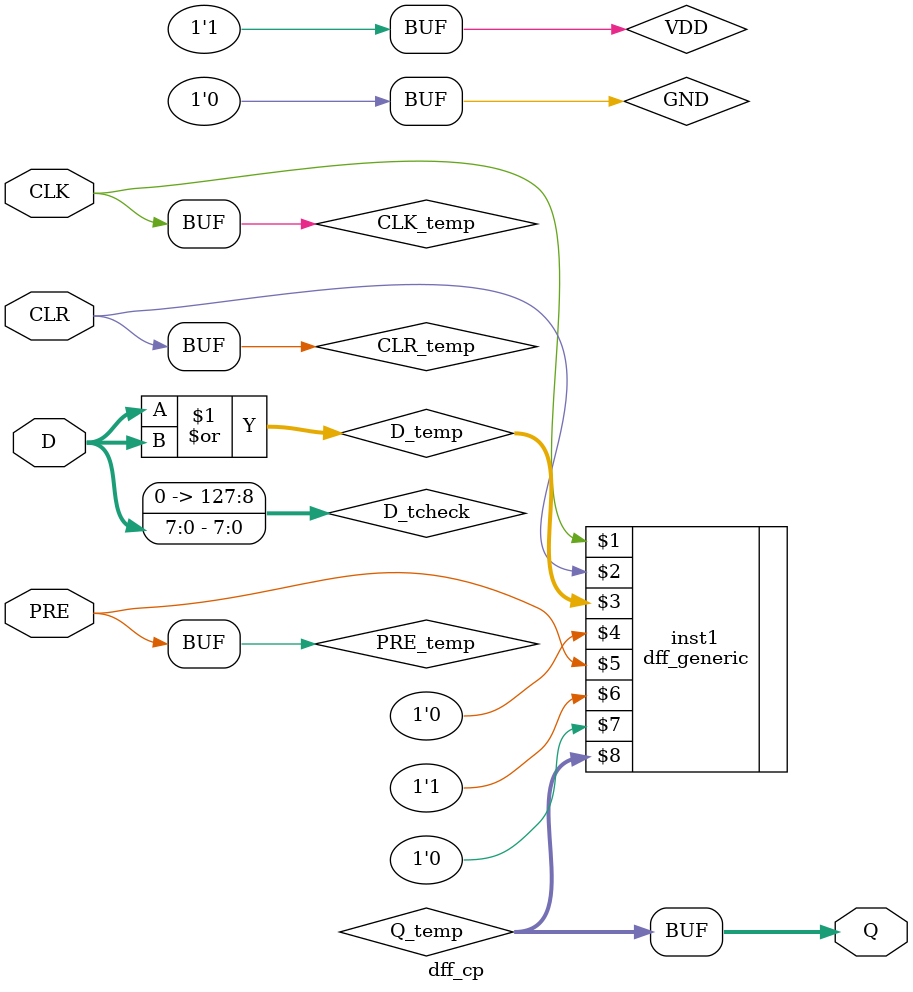
<source format=v>
module dff_cp(CLK,CLR,D,PRE,Q);
  parameter N = 8;
  parameter DPFLAG = 1;
  parameter GROUP = "dpath1";
  parameter
        d_CLK_r = 0,
        d_CLK_f = 0,
        d_CLR_r = 0,
        d_CLR_f = 0,
        d_D = 0,
        d_PRE_r = 0,
        d_PRE_f = 0,
        d_Q = 1;
  input  CLK;
  input  CLR;
  input [(N - 1):0] D;
  input  PRE;
  output [(N - 1):0] Q;
  wire  CLK_temp;
  wire  CLR_temp;
  wire [(N - 1):0] D_temp;
  wire  PRE_temp;
  wire [(N - 1):0] Q_temp;
  supply0  GND;
  supply1  VDD;
  assign #(d_CLK_r,d_CLK_f) CLK_temp = CLK;
  assign #(d_CLR_r,d_CLR_f) CLR_temp = CLR;
  assign #(d_D) D_temp = D|D;
  assign #(d_PRE_r,d_PRE_f) PRE_temp = PRE;
  assign #(d_Q) Q = Q_temp;
  dff_generic #(N) inst1 (CLK_temp,CLR_temp,D_temp,GND,PRE_temp,VDD,GND,Q_temp);
  wire [127:0] D_tcheck = D;
  specify
    specparam
      t_hold_D = 0,
      t_setup_D = 0,
      t_width_PRE = 0,
      t_width_CLR = 0;
    $hold(posedge CLK , D_tcheck , t_hold_D);
    $setup(D_tcheck , posedge CLK , t_setup_D);
    $width(negedge PRE , t_width_PRE);
    $width(negedge CLR , t_width_CLR);
  endspecify
endmodule

</source>
